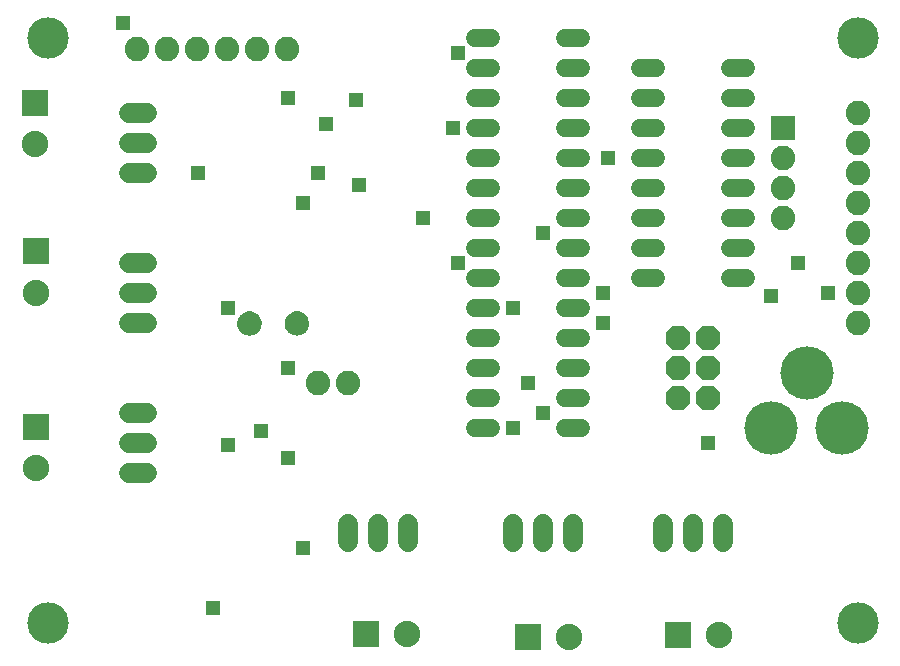
<source format=gbs>
G75*
%MOIN*%
%OFA0B0*%
%FSLAX25Y25*%
%IPPOS*%
%LPD*%
%AMOC8*
5,1,8,0,0,1.08239X$1,22.5*
%
%ADD10C,0.08200*%
%ADD11R,0.08800X0.08800*%
%ADD12C,0.08800*%
%ADD13C,0.17800*%
%ADD14R,0.08200X0.08200*%
%ADD15C,0.06000*%
%ADD16C,0.06800*%
%ADD17C,0.00500*%
%ADD18OC8,0.08200*%
%ADD19C,0.13800*%
%ADD20R,0.05156X0.05156*%
D10*
X0110073Y0100073D03*
X0120073Y0100073D03*
X0265073Y0155073D03*
X0265073Y0165073D03*
X0265073Y0175073D03*
X0290073Y0170073D03*
X0290073Y0160073D03*
X0290073Y0150073D03*
X0290073Y0140073D03*
X0290073Y0130073D03*
X0290073Y0120073D03*
X0290073Y0180073D03*
X0290073Y0190073D03*
X0099573Y0211573D03*
X0089573Y0211573D03*
X0079573Y0211573D03*
X0069573Y0211573D03*
X0059573Y0211573D03*
X0049573Y0211573D03*
D11*
X0015573Y0193573D03*
X0016073Y0144073D03*
X0016073Y0085573D03*
X0126073Y0016573D03*
X0180073Y0015573D03*
X0230073Y0016073D03*
D12*
X0243853Y0016073D03*
X0193853Y0015573D03*
X0139853Y0016573D03*
X0016073Y0071794D03*
X0016073Y0130294D03*
X0015573Y0179794D03*
D13*
X0261136Y0085073D03*
X0284758Y0085073D03*
X0272947Y0103577D03*
D14*
X0265073Y0185073D03*
D15*
X0252673Y0185073D02*
X0247473Y0185073D01*
X0247473Y0195073D02*
X0252673Y0195073D01*
X0252673Y0205073D02*
X0247473Y0205073D01*
X0222673Y0205073D02*
X0217473Y0205073D01*
X0217473Y0195073D02*
X0222673Y0195073D01*
X0222673Y0185073D02*
X0217473Y0185073D01*
X0217473Y0175073D02*
X0222673Y0175073D01*
X0222673Y0165073D02*
X0217473Y0165073D01*
X0217473Y0155073D02*
X0222673Y0155073D01*
X0222673Y0145073D02*
X0217473Y0145073D01*
X0217473Y0135073D02*
X0222673Y0135073D01*
X0247473Y0135073D02*
X0252673Y0135073D01*
X0252673Y0145073D02*
X0247473Y0145073D01*
X0247473Y0155073D02*
X0252673Y0155073D01*
X0252673Y0165073D02*
X0247473Y0165073D01*
X0247473Y0175073D02*
X0252673Y0175073D01*
X0197673Y0175073D02*
X0192473Y0175073D01*
X0192473Y0165073D02*
X0197673Y0165073D01*
X0197673Y0155073D02*
X0192473Y0155073D01*
X0192473Y0145073D02*
X0197673Y0145073D01*
X0197673Y0135073D02*
X0192473Y0135073D01*
X0192473Y0125073D02*
X0197673Y0125073D01*
X0197673Y0115073D02*
X0192473Y0115073D01*
X0192473Y0105073D02*
X0197673Y0105073D01*
X0197673Y0095073D02*
X0192473Y0095073D01*
X0192473Y0085073D02*
X0197673Y0085073D01*
X0167673Y0085073D02*
X0162473Y0085073D01*
X0162473Y0095073D02*
X0167673Y0095073D01*
X0167673Y0105073D02*
X0162473Y0105073D01*
X0162473Y0115073D02*
X0167673Y0115073D01*
X0167673Y0125073D02*
X0162473Y0125073D01*
X0162473Y0135073D02*
X0167673Y0135073D01*
X0167673Y0145073D02*
X0162473Y0145073D01*
X0162473Y0155073D02*
X0167673Y0155073D01*
X0167673Y0165073D02*
X0162473Y0165073D01*
X0162473Y0175073D02*
X0167673Y0175073D01*
X0167673Y0185073D02*
X0162473Y0185073D01*
X0162473Y0195073D02*
X0167673Y0195073D01*
X0167673Y0205073D02*
X0162473Y0205073D01*
X0162473Y0215073D02*
X0167673Y0215073D01*
X0192473Y0215073D02*
X0197673Y0215073D01*
X0197673Y0205073D02*
X0192473Y0205073D01*
X0192473Y0195073D02*
X0197673Y0195073D01*
X0197673Y0185073D02*
X0192473Y0185073D01*
D16*
X0053073Y0180073D02*
X0047073Y0180073D01*
X0047073Y0170073D02*
X0053073Y0170073D01*
X0053073Y0190073D02*
X0047073Y0190073D01*
X0047073Y0140073D02*
X0053073Y0140073D01*
X0053073Y0130073D02*
X0047073Y0130073D01*
X0047073Y0120073D02*
X0053073Y0120073D01*
X0053073Y0090073D02*
X0047073Y0090073D01*
X0047073Y0080073D02*
X0053073Y0080073D01*
X0053073Y0070073D02*
X0047073Y0070073D01*
X0120073Y0053073D02*
X0120073Y0047073D01*
X0130073Y0047073D02*
X0130073Y0053073D01*
X0140073Y0053073D02*
X0140073Y0047073D01*
X0175073Y0047073D02*
X0175073Y0053073D01*
X0185073Y0053073D02*
X0185073Y0047073D01*
X0195073Y0047073D02*
X0195073Y0053073D01*
X0225073Y0053073D02*
X0225073Y0047073D01*
X0235073Y0047073D02*
X0235073Y0053073D01*
X0245073Y0053073D02*
X0245073Y0047073D01*
D17*
X0106417Y0118564D02*
X0106069Y0117930D01*
X0105604Y0117375D01*
X0105040Y0116923D01*
X0104398Y0116589D01*
X0103704Y0116386D01*
X0102983Y0116323D01*
X0102258Y0116385D01*
X0101560Y0116587D01*
X0100914Y0116921D01*
X0100345Y0117375D01*
X0099876Y0117931D01*
X0099525Y0118568D01*
X0099305Y0119261D01*
X0099224Y0119983D01*
X0099273Y0120643D01*
X0099437Y0121284D01*
X0099709Y0121887D01*
X0100082Y0122433D01*
X0100544Y0122907D01*
X0101082Y0123293D01*
X0101678Y0123579D01*
X0102315Y0123758D01*
X0102973Y0123824D01*
X0103631Y0123756D01*
X0104268Y0123576D01*
X0104863Y0123288D01*
X0105400Y0122900D01*
X0105861Y0122426D01*
X0106232Y0121878D01*
X0106503Y0121275D01*
X0106665Y0120633D01*
X0106713Y0119973D01*
X0106635Y0119254D01*
X0106417Y0118564D01*
X0106471Y0118734D02*
X0099472Y0118734D01*
X0099314Y0119232D02*
X0106628Y0119232D01*
X0106687Y0119731D02*
X0099252Y0119731D01*
X0099242Y0120229D02*
X0106695Y0120229D01*
X0106641Y0120728D02*
X0099295Y0120728D01*
X0099422Y0121226D02*
X0106516Y0121226D01*
X0106301Y0121725D02*
X0099636Y0121725D01*
X0099939Y0122223D02*
X0105998Y0122223D01*
X0105573Y0122722D02*
X0100364Y0122722D01*
X0100981Y0123220D02*
X0104957Y0123220D01*
X0103764Y0123719D02*
X0102175Y0123719D01*
X0099708Y0118235D02*
X0106237Y0118235D01*
X0105908Y0117737D02*
X0100040Y0117737D01*
X0100516Y0117238D02*
X0105434Y0117238D01*
X0104689Y0116740D02*
X0101264Y0116740D01*
X0090835Y0119254D02*
X0090617Y0118564D01*
X0090269Y0117930D01*
X0089804Y0117375D01*
X0089240Y0116923D01*
X0088598Y0116589D01*
X0087904Y0116386D01*
X0087183Y0116323D01*
X0086458Y0116385D01*
X0085760Y0116587D01*
X0085114Y0116921D01*
X0084545Y0117375D01*
X0084076Y0117931D01*
X0083725Y0118568D01*
X0083505Y0119261D01*
X0083424Y0119983D01*
X0083473Y0120643D01*
X0083637Y0121284D01*
X0083909Y0121887D01*
X0084282Y0122433D01*
X0084744Y0122907D01*
X0085282Y0123293D01*
X0085878Y0123579D01*
X0086515Y0123758D01*
X0087173Y0123824D01*
X0087831Y0123756D01*
X0088468Y0123576D01*
X0089063Y0123288D01*
X0089600Y0122900D01*
X0090061Y0122426D01*
X0090432Y0121878D01*
X0090703Y0121275D01*
X0090865Y0120633D01*
X0090913Y0119973D01*
X0090835Y0119254D01*
X0090828Y0119232D02*
X0083514Y0119232D01*
X0083452Y0119731D02*
X0090887Y0119731D01*
X0090895Y0120229D02*
X0083442Y0120229D01*
X0083495Y0120728D02*
X0090841Y0120728D01*
X0090716Y0121226D02*
X0083622Y0121226D01*
X0083836Y0121725D02*
X0090501Y0121725D01*
X0090198Y0122223D02*
X0084139Y0122223D01*
X0084564Y0122722D02*
X0089773Y0122722D01*
X0089157Y0123220D02*
X0085181Y0123220D01*
X0086375Y0123719D02*
X0087964Y0123719D01*
X0090671Y0118734D02*
X0083672Y0118734D01*
X0083908Y0118235D02*
X0090437Y0118235D01*
X0090108Y0117737D02*
X0084240Y0117737D01*
X0084716Y0117238D02*
X0089634Y0117238D01*
X0088889Y0116740D02*
X0085464Y0116740D01*
D18*
X0230073Y0115073D03*
X0230073Y0105073D03*
X0230073Y0095073D03*
X0240073Y0095073D03*
X0240073Y0105073D03*
X0240073Y0115073D03*
D19*
X0020073Y0020073D03*
X0290073Y0020073D03*
X0290073Y0215073D03*
X0020073Y0215073D03*
D20*
X0045073Y0220073D03*
X0100073Y0195073D03*
X0112573Y0186573D03*
X0122573Y0194573D03*
X0155073Y0185073D03*
X0156573Y0210073D03*
X0206573Y0175073D03*
X0185073Y0150073D03*
X0205073Y0130073D03*
X0205073Y0120073D03*
X0180073Y0100073D03*
X0185073Y0090073D03*
X0175073Y0085073D03*
X0175073Y0125073D03*
X0156573Y0140073D03*
X0145073Y0155073D03*
X0123573Y0166073D03*
X0110073Y0170073D03*
X0105073Y0160073D03*
X0070073Y0170073D03*
X0080073Y0125073D03*
X0100073Y0105073D03*
X0091073Y0084073D03*
X0080073Y0079573D03*
X0100073Y0075073D03*
X0105073Y0045073D03*
X0075073Y0025073D03*
X0240073Y0080073D03*
X0261073Y0129073D03*
X0270073Y0140073D03*
X0280073Y0130073D03*
M02*

</source>
